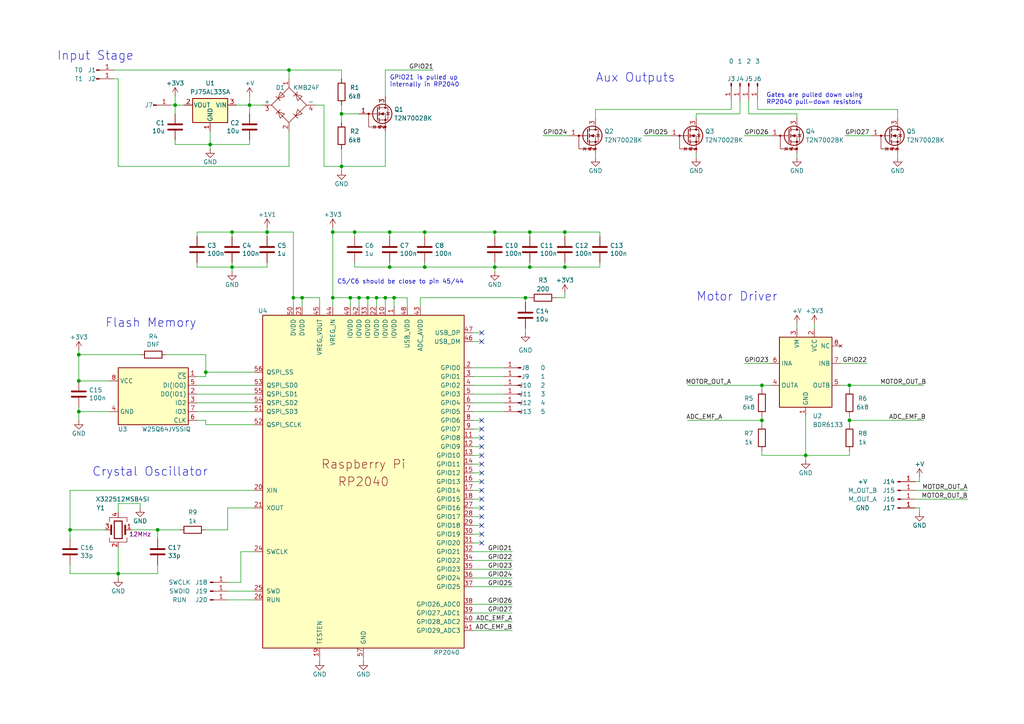
<source format=kicad_sch>
(kicad_sch (version 20230121) (generator eeschema)
  (paper "A4")
  (title_block (title "RP2040-Decoder") (date "2022-01-28") (rev "0.3"))
  (lib_symbols
    (symbol "Conn_01x01_Male_1" (pin_names (offset 1.016) hide)
      (property "Reference" "J1" (at -1.27 0 0))
      (property "Value" "DCC_0" (at -6.35 0 0))
      (symbol "Conn_01x01_Male_1_1_1"
        (polyline (pts (xy 1.27 0) (xy 0.8636 0)) (stroke (width 0.1524)))
        (rectangle (start 0.8636 0.127) (end 0 -0.127) (stroke (width 0.1524)) (fill (type outline)))
        (pin power_out line (at 5.08 0 180) (length 3.81) (name "Pin_1") (number "1"))
      )
    )
    (symbol "Conn_01x01_Male_2" (pin_names (offset 1.016) hide)
      (property "Reference" "J2" (at -1.27 0 0))
      (property "Value" "Conn_01x01_Male_2" (at -6.35 0 0))
      (symbol "Conn_01x01_Male_2_1_1"
        (polyline (pts (xy 1.27 0) (xy 0.8636 0)) (stroke (width 0.1524)))
        (rectangle (start 0.8636 0.127) (end 0 -0.127) (stroke (width 0.1524)) (fill (type outline)))
        (pin power_out line (at 5.08 0 180) (length 3.81) (name "Pin_1") (number "1"))
      )
    )
    (symbol "Connector:Conn_01x01_Male" (pin_names (offset 1.016) hide)
      (property "Reference" "J" (at 0 2.54 0))
      (property "Value" "Conn_01x01_Male" (at 0 -2.54 0))
      (symbol "Conn_01x01_Male_1_1"
        (polyline (pts (xy 1.27 0) (xy 0.8636 0)) (stroke (width 0.1524)))
        (rectangle (start 0.8636 0.127) (end 0 -0.127) (stroke (width 0.1524)) (fill (type outline)))
        (pin passive line (at 5.08 0 180) (length 3.81) (name "Pin_1") (number "1"))
      )
    )
    (symbol "Device:C" (pin_numbers hide) (pin_names (offset 0.254))
      (property "Reference" "C" (at 0.635 2.54 0))
      (property "Value" "C" (at 0.635 -2.54 0))
      (symbol "C_0_1"
        (polyline (pts (xy -2.032 -0.762) (xy 2.032 -0.762)) (stroke (width 0.508)))
        (polyline (pts (xy -2.032 0.762) (xy 2.032 0.762)) (stroke (width 0.508)))
      )
      (symbol "C_1_1"
        (pin passive line (at 0 3.81 270) (length 2.794) (name "~") (number "1"))
        (pin passive line (at 0 -3.81 90) (length 2.794) (name "~") (number "2"))
      )
    )
    (symbol "Device:R" (pin_numbers hide) (pin_names (offset 0))
      (property "Reference" "R" (at 2.032 0 90))
      (property "Value" "R" (at 0 0 90))
      (symbol "R_0_1"
        (rectangle (start -1.016 -2.54) (end 1.016 2.54) (stroke (width 0.254)))
      )
      (symbol "R_1_1"
        (pin passive line (at 0 3.81 270) (length 1.27) (name "~") (number "1"))
        (pin passive line (at 0 -3.81 90) (length 1.27) (name "~") (number "2"))
      )
    )
    (symbol "RP2040-Decoder_Additional_Symbols:+V" (power) (pin_names (offset 0))
      (property "Value" "+V" (at 0 3.556 0))
      (symbol "+V_0_1"
        (polyline (pts (xy -0.762 1.27) (xy 0 2.54)))
        (polyline (pts (xy 0 0) (xy 0 2.54)))
        (polyline (pts (xy 0 2.54) (xy 0.762 1.27)))
      )
      (symbol "+V_1_1"
        (pin power_in line (at 0 0 90) (length 0) hide (name "+V") (number "1"))
      )
    )
    (symbol "RP2040-Decoder_Additional_Symbols:BDR6133"
      (property "Reference" "U" (at 6.35 11.43 0))
      (property "Value" "BDR6133" (at -10.16 11.43 0))
      (symbol "BDR6133_0_1"
        (rectangle (start -7.62 10.16) (end 7.62 -10.16) (stroke (width 0.254)) (fill (type background)))
      )
      (symbol "BDR6133_1_1"
        (pin power_in line (at 0 -12.7 90) (length 2.54) (name "GND") (number "1"))
        (pin power_in line (at 2.54 12.7 270) (length 2.54) (name "VCC") (number "2"))
        (pin power_in line (at -2.54 12.7 270) (length 2.54) (name "VM") (number "3"))
        (pin output line (at -10.16 -3.81 0) (length 2.54) (name "OUTA") (number "4"))
        (pin output line (at 10.16 -3.81 180) (length 2.54) (name "OUTB") (number "5"))
        (pin input line (at -10.16 2.54 0) (length 2.54) (name "INA") (number "6"))
        (pin input line (at 10.16 2.54 180) (length 2.54) (name "INB") (number "7"))
        (pin no_connect line (at 10.16 7.62 180) (length 2.54) (name "NC") (number "8"))
        (pin passive line (at 0 -12.7 90) (length 2.54) hide (name "GND") (number "9"))
      )
    )
    (symbol "RP2040-Decoder_Additional_Symbols:KMB24F" (pin_names (offset 0))
      (property "Reference" "D" (at 2.54 6.985 0))
      (property "Value" "KMB24F" (at 2.54 5.08 0))
      (symbol "KMB24F_0_1"
        (polyline (pts (xy -2.54 3.81) (xy -1.27 2.54)))
        (polyline (pts (xy -1.27 -2.54) (xy -2.54 -3.81)))
        (polyline (pts (xy 2.54 -1.27) (xy 3.81 -2.54)))
        (polyline (pts (xy 2.54 1.27) (xy 3.81 2.54)))
        (polyline (pts (xy -3.81 2.54) (xy -2.54 1.27) (xy -1.905 3.175) (xy -3.81 2.54)))
        (polyline (pts (xy -2.54 -1.27) (xy -3.81 -2.54) (xy -1.905 -3.175) (xy -2.54 -1.27)))
        (polyline (pts (xy 1.27 2.54) (xy 2.54 3.81) (xy 3.175 1.905) (xy 1.27 2.54)))
        (polyline (pts (xy 3.175 -1.905) (xy 1.27 -2.54) (xy 2.54 -3.81) (xy 3.175 -1.905)))
        (polyline (pts (xy -5.08 0) (xy 0 -5.08) (xy 5.08 0) (xy 0 5.08) (xy -5.08 0)))
      )
      (symbol "KMB24F_1_1"
        (pin power_in line (at 0 -7.62 90) (length 2.54) (name "~") (number "1"))
        (pin power_in line (at 0 7.62 270) (length 2.54) (name "~") (number "2"))
        (pin power_out line (at 7.62 0 180) (length 2.54) (name "+") (number "3"))
        (pin power_out line (at -7.62 0 0) (length 2.54) (name "-") (number "4"))
      )
    )
    (symbol "RP2040-Decoder_Additional_Symbols:PJ75AL33SA" (pin_names (offset 0.254))
      (property "Reference" "U" (at -3.81 3.175 0))
      (property "Value" "PJ75AL33SA" (at 0 3.175 0))
      (symbol "PJ75AL33SA_0_1"
        (rectangle (start -5.08 1.905) (end 5.08 -5.08) (stroke (width 0.254)) (fill (type background)))
      )
      (symbol "PJ75AL33SA_1_1"
        (pin power_in line (at 0 -7.62 90) (length 2.54) (name "GND") (number "1"))
        (pin power_out line (at 7.62 0 180) (length 2.54) (name "VOUT") (number "2"))
        (pin power_in line (at -7.62 0 0) (length 2.54) (name "VIN") (number "3"))
      )
    )
    (symbol "RP2040-Decoder_Additional_Symbols:RP2040" (pin_names (offset 1.016))
      (property "Reference" "U" (at -29.21 49.53 0))
      (property "Value" "RP2040" (at 24.13 -49.53 0))
      (symbol "RP2040_0_0"
        (text "Raspberry Pi" (at 0 5.08 0) (effects (font (size 2.54 2.54))))
        (text "RP2040" (at 0 0 0) (effects (font (size 2.54 2.54))))
      )
      (symbol "RP2040_0_1"
        (rectangle (start 29.21 48.26) (end -29.21 -48.26) (stroke (width 0.254)) (fill (type background)))
      )
      (symbol "RP2040_1_1"
        (pin power_in line (at 8.89 50.8 270) (length 2.54) (name "IOVDD") (number "1"))
        (pin power_in line (at 6.35 50.8 270) (length 2.54) (name "IOVDD") (number "10"))
        (pin bidirectional line (at 31.75 12.7 180) (length 2.54) (name "GPIO8") (number "11"))
        (pin bidirectional line (at 31.75 10.16 180) (length 2.54) (name "GPIO9") (number "12"))
        (pin bidirectional line (at 31.75 7.62 180) (length 2.54) (name "GPIO10") (number "13"))
        (pin bidirectional line (at 31.75 5.08 180) (length 2.54) (name "GPIO11") (number "14"))
        (pin bidirectional line (at 31.75 2.54 180) (length 2.54) (name "GPIO12") (number "15"))
        (pin bidirectional line (at 31.75 0 180) (length 2.54) (name "GPIO13") (number "16"))
        (pin bidirectional line (at 31.75 -2.54 180) (length 2.54) (name "GPIO14") (number "17"))
        (pin bidirectional line (at 31.75 -5.08 180) (length 2.54) (name "GPIO15") (number "18"))
        (pin passive line (at -12.7 -50.8 90) (length 2.54) (name "TESTEN") (number "19"))
        (pin bidirectional line (at 31.75 33.02 180) (length 2.54) (name "GPIO0") (number "2"))
        (pin input line (at -31.75 -2.54 0) (length 2.54) (name "XIN") (number "20"))
        (pin passive line (at -31.75 -7.62 0) (length 2.54) (name "XOUT") (number "21"))
        (pin power_in line (at 3.81 50.8 270) (length 2.54) (name "IOVDD") (number "22"))
        (pin power_in line (at -17.78 50.8 270) (length 2.54) (name "DVDD") (number "23"))
        (pin output line (at -31.75 -20.32 0) (length 2.54) (name "SWCLK") (number "24"))
        (pin bidirectional line (at -31.75 -31.75 0) (length 2.54) (name "SWD") (number "25"))
        (pin input line (at -31.75 -34.29 0) (length 2.54) (name "RUN") (number "26"))
        (pin bidirectional line (at 31.75 -7.62 180) (length 2.54) (name "GPIO16") (number "27"))
        (pin bidirectional line (at 31.75 -10.16 180) (length 2.54) (name "GPIO17") (number "28"))
        (pin bidirectional line (at 31.75 -12.7 180) (length 2.54) (name "GPIO18") (number "29"))
        (pin bidirectional line (at 31.75 30.48 180) (length 2.54) (name "GPIO1") (number "3"))
        (pin bidirectional line (at 31.75 -15.24 180) (length 2.54) (name "GPIO19") (number "30"))
        (pin bidirectional line (at 31.75 -17.78 180) (length 2.54) (name "GPIO20") (number "31"))
        (pin bidirectional line (at 31.75 -20.32 180) (length 2.54) (name "GPIO21") (number "32"))
        (pin power_in line (at 1.27 50.8 270) (length 2.54) (name "IOVDD") (number "33"))
        (pin bidirectional line (at 31.75 -22.86 180) (length 2.54) (name "GPIO22") (number "34"))
        (pin bidirectional line (at 31.75 -25.4 180) (length 2.54) (name "GPIO23") (number "35"))
        (pin bidirectional line (at 31.75 -27.94 180) (length 2.54) (name "GPIO24") (number "36"))
        (pin bidirectional line (at 31.75 -30.48 180) (length 2.54) (name "GPIO25") (number "37"))
        (pin bidirectional line (at 31.75 -35.56 180) (length 2.54) (name "GPIO26_ADC0") (number "38"))
        (pin bidirectional line (at 31.75 -38.1 180) (length 2.54) (name "GPIO27_ADC1") (number "39"))
        (pin bidirectional line (at 31.75 27.94 180) (length 2.54) (name "GPIO2") (number "4"))
        (pin bidirectional line (at 31.75 -40.64 180) (length 2.54) (name "GPIO28_ADC2") (number "40"))
        (pin bidirectional line (at 31.75 -43.18 180) (length 2.54) (name "GPIO29_ADC3") (number "41"))
        (pin power_in line (at -1.27 50.8 270) (length 2.54) (name "IOVDD") (number "42"))
        (pin power_in line (at 16.51 50.8 270) (length 2.54) (name "ADC_AVDD") (number "43"))
        (pin power_in line (at -8.89 50.8 270) (length 2.54) (name "VREG_IN") (number "44"))
        (pin power_out line (at -12.7 50.8 270) (length 2.54) (name "VREG_VOUT") (number "45"))
        (pin bidirectional line (at 31.75 40.64 180) (length 2.54) (name "USB_DM") (number "46"))
        (pin bidirectional line (at 31.75 43.18 180) (length 2.54) (name "USB_DP") (number "47"))
        (pin power_in line (at 12.7 50.8 270) (length 2.54) (name "USB_VDD") (number "48"))
        (pin power_in line (at -3.81 50.8 270) (length 2.54) (name "IOVDD") (number "49"))
        (pin bidirectional line (at 31.75 25.4 180) (length 2.54) (name "GPIO3") (number "5"))
        (pin power_in line (at -20.32 50.8 270) (length 2.54) (name "DVDD") (number "50"))
        (pin bidirectional line (at -31.75 20.32 0) (length 2.54) (name "QSPI_SD3") (number "51"))
        (pin output line (at -31.75 16.51 0) (length 2.54) (name "QSPI_SCLK") (number "52"))
        (pin bidirectional line (at -31.75 27.94 0) (length 2.54) (name "QSPI_SD0") (number "53"))
        (pin bidirectional line (at -31.75 22.86 0) (length 2.54) (name "QSPI_SD2") (number "54"))
        (pin bidirectional line (at -31.75 25.4 0) (length 2.54) (name "QSPI_SD1") (number "55"))
        (pin bidirectional line (at -31.75 31.75 0) (length 2.54) (name "QSPI_SS") (number "56"))
        (pin power_in line (at 0 -50.8 90) (length 2.54) (name "GND") (number "57"))
        (pin bidirectional line (at 31.75 22.86 180) (length 2.54) (name "GPIO4") (number "6"))
        (pin bidirectional line (at 31.75 20.32 180) (length 2.54) (name "GPIO5") (number "7"))
        (pin bidirectional line (at 31.75 17.78 180) (length 2.54) (name "GPIO6") (number "8"))
        (pin bidirectional line (at 31.75 15.24 180) (length 2.54) (name "GPIO7") (number "9"))
      )
    )
    (symbol "RP2040-Decoder_Additional_Symbols:T2N7002BK" (pin_names (offset 0) hide)
      (property "Reference" "Q" (at 5.08 1.905 0))
      (property "Value" "T2N7002BK" (at 5.08 0 0))
      (symbol "T2N7002BK_0_1"
        (polyline (pts (xy 2.54 -3.81) (xy -2.286 -3.81) (xy -2.286 0)))
      )
      (symbol "T2N7002BK_1_1"
        (circle (center -2.286 0) (radius 0.254) (fill (type outline)))
        (polyline (pts (xy 0.254 0) (xy -2.54 0)))
        (polyline (pts (xy 0.254 1.905) (xy 0.254 -1.905)) (stroke (width 0.254)))
        (polyline (pts (xy 0.762 -1.27) (xy 0.762 -2.286)) (stroke (width 0.254)))
        (polyline (pts (xy 0.762 0.508) (xy 0.762 -0.508)) (stroke (width 0.254)))
        (polyline (pts (xy 0.762 2.286) (xy 0.762 1.27)) (stroke (width 0.254)))
        (polyline (pts (xy 2.54 2.54) (xy 2.54 1.778)))
        (polyline (pts (xy 2.54 -2.54) (xy 2.54 0) (xy 0.762 0)))
        (polyline (pts (xy -1.016 -4.318) (xy -0.889 -4.191) (xy -0.889 -3.429) (xy -0.762 -3.302)))
        (polyline (pts (xy -0.889 -3.81) (xy -0.254 -4.191) (xy -0.254 -3.429) (xy -0.889 -3.81)))
        (polyline (pts (xy 0.762 -1.778) (xy 3.302 -1.778) (xy 3.302 1.778) (xy 0.762 1.778)))
        (polyline (pts (xy 1.016 0) (xy 2.032 0.381) (xy 2.032 -0.381) (xy 1.016 0)) (fill (type outline)))
        (polyline (pts (xy 1.143 -3.81) (xy 0.508 -3.429) (xy 0.508 -4.191) (xy 1.143 -3.81)))
        (polyline (pts (xy 1.27 -3.302) (xy 1.143 -3.429) (xy 1.143 -4.191) (xy 1.016 -4.318)))
        (polyline (pts (xy 2.794 0.508) (xy 2.921 0.381) (xy 3.683 0.381) (xy 3.81 0.254)))
        (polyline (pts (xy 3.302 0.381) (xy 2.921 -0.254) (xy 3.683 -0.254) (xy 3.302 0.381)))
        (circle (center 1.651 0) (radius 2.794) (stroke (width 0.254)))
        (circle (center 2.54 -3.81) (radius 0.254) (fill (type outline)))
        (circle (center 2.54 -1.778) (radius 0.254) (fill (type outline)))
        (circle (center 2.54 1.778) (radius 0.254) (fill (type outline)))
        (pin input line (at -5.08 0 0) (length 2.54) (name "G") (number "1"))
        (pin passive line (at 2.54 -5.08 90) (length 2.54) (name "S") (number "2"))
        (pin passive line (at 2.54 5.08 270) (length 2.54) (name "D") (number "3"))
      )
    )
    (symbol "RP2040-Decoder_Additional_Symbols:W25Q64JVSSIQ"
      (property "Reference" "U" (at -8.89 -10.16 0))
      (property "Value" "W25Q64JVSSIQ" (at 3.81 -10.16 0))
      (symbol "W25Q64JVSSIQ_0_1"
        (rectangle (start -10.16 7.62) (end 10.16 -8.89) (stroke (width 0.254)) (fill (type background)))
      )
      (symbol "W25Q64JVSSIQ_1_1"
        (pin input line (at 12.7 5.08 180) (length 2.54) (name "~{CS}") (number "1"))
        (pin bidirectional line (at 12.7 0 180) (length 2.54) (name "DO(IO1)") (number "2"))
        (pin bidirectional line (at 12.7 -2.54 180) (length 2.54) (name "IO2") (number "3"))
        (pin power_in line (at -12.7 -5.08 0) (length 2.54) (name "GND") (number "4"))
        (pin bidirectional line (at 12.7 2.54 180) (length 2.54) (name "DI(IO0)") (number "5"))
        (pin input line (at 12.7 -7.62 180) (length 2.54) (name "CLK") (number "6"))
        (pin bidirectional line (at 12.7 -5.08 180) (length 2.54) (name "IO3") (number "7"))
        (pin power_in line (at -12.7 3.81 0) (length 2.54) (name "VCC") (number "8"))
      )
    )
    (symbol "RP2040-Decoder_Additional_Symbols:X322512MSB4SI" (pin_names (offset 1.016) hide)
      (property "Reference" "Y" (at 3.175 5.08 0))
      (property "Value" "X322512MSB4SI" (at 3.175 3.175 0))
      (property "Frequency" "12MHz" (at 6.35 -2.54 0))
      (symbol "X322512MSB4SI_0_1"
        (rectangle (start -1.143 2.54) (end 1.143 -2.54) (stroke (width 0.3048)))
        (polyline (pts (xy -2.54 0) (xy -2.032 0)))
        (polyline (pts (xy -2.032 -1.27) (xy -2.032 1.27)) (stroke (width 0.508)))
        (polyline (pts (xy 0 -3.81) (xy 0 -3.556)))
        (polyline (pts (xy 0 3.556) (xy 0 3.81)))
        (polyline (pts (xy 2.032 -1.27) (xy 2.032 1.27)) (stroke (width 0.508)))
        (polyline (pts (xy 2.032 0) (xy 2.54 0)))
        (polyline (pts (xy -2.54 -2.286) (xy -2.54 -3.556) (xy 2.54 -3.556) (xy 2.54 -2.286)))
        (polyline (pts (xy -2.54 2.286) (xy -2.54 3.556) (xy 2.54 3.556) (xy 2.54 2.286)))
      )
      (symbol "X322512MSB4SI_1_1"
        (pin passive line (at -3.81 0 0) (length 1.27) (name "1") (number "1"))
        (pin passive line (at 0 5.08 270) (length 1.27) (name "2") (number "2"))
        (pin passive line (at 3.81 0 180) (length 1.27) (name "3") (number "3"))
        (pin passive line (at 0 -5.08 90) (length 1.27) (name "4") (number "4"))
      )
    )
    (symbol "R_1" (pin_numbers hide) (pin_names (offset 0))
      (property "Reference" "R3" (at 0 5.08 90))
      (property "Value" "200" (at 0 2.54 90))
      (symbol "R_1_0_1"
        (rectangle (start -1.016 -2.54) (end 1.016 2.54) (stroke (width 0.254)))
      )
      (symbol "R_1_1_1"
        (pin passive line (at 0 3.81 270) (length 1.27) (name "~") (number "1"))
        (pin power_out line (at 0 -3.81 90) (length 1.27) (name "~") (number "2"))
      )
    )
    (symbol "power:+1V1" (power) (pin_names (offset 0))
      (property "Value" "+1V1" (at 0 3.556 0))
      (symbol "+1V1_0_1"
        (polyline (pts (xy -0.762 1.27) (xy 0 2.54)))
        (polyline (pts (xy 0 0) (xy 0 2.54)))
        (polyline (pts (xy 0 2.54) (xy 0.762 1.27)))
      )
      (symbol "+1V1_1_1"
        (pin power_in line (at 0 0 90) (length 0) hide (name "+1V1") (number "1"))
      )
    )
    (symbol "power:+3V3" (power) (pin_names (offset 0))
      (property "Value" "+3V3" (at 0 3.556 0))
      (symbol "+3V3_0_1"
        (polyline (pts (xy -0.762 1.27) (xy 0 2.54)))
        (polyline (pts (xy 0 0) (xy 0 2.54)))
        (polyline (pts (xy 0 2.54) (xy 0.762 1.27)))
      )
      (symbol "+3V3_1_1"
        (pin power_in line (at 0 0 90) (length 0) hide (name "+3V3") (number "1"))
      )
    )
    (symbol "power:GND" (power) (pin_names (offset 0))
      (property "Value" "GND" (at 0 -3.81 0))
      (symbol "GND_0_1"
        (polyline (pts (xy 0 0) (xy 0 -1.27) (xy 1.27 -1.27) (xy 0 -2.54) (xy -1.27 -1.27) (xy 0 -1.27)))
      )
      (symbol "GND_1_1"
        (pin power_in line (at 0 0 270) (length 0) hide (name "GND") (number "1"))
      )
    )
  )
  (junction (at 153.67 77.47))
  (junction (at 163.83 67.31))
  (junction (at 114.3 86.36))
  (junction (at 113.03 77.47))
  (junction (at 99.06 48.26))
  (junction (at 152.4 86.36))
  (junction (at 153.67 67.31))
  (junction (at 20.32 153.67))
  (junction (at 102.87 67.31))
  (junction (at 123.19 67.31))
  (junction (at 83.82 20.32))
  (junction (at 233.68 132.08))
  (junction (at 143.51 77.47))
  (junction (at 67.31 77.47))
  (junction (at 111.76 86.36))
  (junction (at 85.09 86.36))
  (junction (at 67.31 67.31))
  (junction (at 104.14 86.36))
  (junction (at 50.8 30.48))
  (junction (at 34.29 166.37))
  (junction (at 22.86 119.38))
  (junction (at 60.96 41.91))
  (junction (at 87.63 86.36))
  (junction (at 96.52 67.31))
  (junction (at 246.38 111.76))
  (junction (at 99.06 33.02))
  (junction (at 109.22 86.36))
  (junction (at 143.51 67.31))
  (junction (at 45.72 153.67))
  (junction (at 96.52 86.36))
  (junction (at 77.47 67.31))
  (junction (at 163.83 77.47))
  (junction (at 22.86 102.87))
  (junction (at 246.38 121.92))
  (junction (at 123.19 77.47))
  (junction (at 101.6 86.36))
  (junction (at 22.86 110.49))
  (junction (at 106.68 86.36))
  (junction (at 113.03 67.31))
  (junction (at 220.98 121.92))
  (junction (at 59.69 107.95))
  (junction (at 220.98 111.76))
  (junction (at 72.39 30.48))
  (no_connect (at 139.7 154.94))
  (no_connect (at 139.7 142.24))
  (no_connect (at 139.7 121.92))
  (no_connect (at 139.7 137.16))
  (no_connect (at 139.7 144.78))
  (no_connect (at 139.7 139.7))
  (no_connect (at 139.7 147.32))
  (no_connect (at 139.7 152.4))
  (no_connect (at 139.7 129.54))
  (no_connect (at 139.7 99.06))
  (no_connect (at 139.7 134.62))
  (no_connect (at 139.7 124.46))
  (no_connect (at 139.7 127))
  (no_connect (at 139.7 96.52))
  (no_connect (at 139.7 157.48))
  (no_connect (at 139.7 132.08))
  (no_connect (at 139.7 149.86))
  (wire (pts (xy 246.38 113.03) (xy 246.38 111.76)))
  (wire (pts (xy 152.4 86.36) (xy 153.67 86.36)))
  (wire (pts (xy 59.69 107.95) (xy 73.66 107.95)))
  (wire (pts (xy 233.68 132.08) (xy 220.98 132.08)))
  (wire (pts (xy 121.92 86.36) (xy 152.4 86.36)))
  (wire (pts (xy 260.35 44.45) (xy 260.35 45.72)))
  (wire (pts (xy 92.71 190.5) (xy 92.71 191.77)))
  (wire (pts (xy 34.29 48.26) (xy 83.82 48.26)))
  (wire (pts (xy 157.48 39.37) (xy 165.1 39.37)))
  (wire (pts (xy 102.87 68.58) (xy 102.87 67.31)))
  (wire (pts (xy 163.83 67.31) (xy 163.83 68.58)))
  (wire (pts (xy 143.51 78.74) (xy 143.51 77.47)))
  (wire (pts (xy 215.9 39.37) (xy 223.52 39.37)))
  (wire (pts (xy 199.39 121.92) (xy 220.98 121.92)))
  (wire (pts (xy 45.72 153.67) (xy 52.07 153.67)))
  (wire (pts (xy 101.6 86.36) (xy 104.14 86.36)))
  (wire (pts (xy 137.16 175.26) (xy 148.59 175.26)))
  (wire (pts (xy 67.31 67.31) (xy 77.47 67.31)))
  (wire (pts (xy 45.72 163.83) (xy 45.72 166.37)))
  (wire (pts (xy 111.76 86.36) (xy 111.76 88.9)))
  (wire (pts (xy 87.63 86.36) (xy 87.63 88.9)))
  (wire (pts (xy 60.96 41.91) (xy 72.39 41.91)))
  (wire (pts (xy 113.03 67.31) (xy 113.03 68.58)))
  (wire (pts (xy 96.52 86.36) (xy 96.52 88.9)))
  (wire (pts (xy 233.68 132.08) (xy 233.68 133.35)))
  (wire (pts (xy 34.29 146.05) (xy 40.64 146.05)))
  (wire (pts (xy 143.51 67.31) (xy 143.51 68.58)))
  (wire (pts (xy 67.31 77.47) (xy 67.31 76.2)))
  (wire (pts (xy 93.98 30.48) (xy 93.98 48.26)))
  (wire (pts (xy 137.16 157.48) (xy 139.7 157.48)))
  (wire (pts (xy 153.67 67.31) (xy 163.83 67.31)))
  (wire (pts (xy 67.31 67.31) (xy 67.31 68.58)))
  (wire (pts (xy 57.15 77.47) (xy 67.31 77.47)))
  (wire (pts (xy 214.63 29.21) (xy 214.63 33.02)))
  (wire (pts (xy 172.72 44.45) (xy 172.72 45.72)))
  (wire (pts (xy 163.83 86.36) (xy 163.83 85.09)))
  (wire (pts (xy 77.47 77.47) (xy 67.31 77.47)))
  (wire (pts (xy 153.67 77.47) (xy 163.83 77.47)))
  (wire (pts (xy 266.7 147.32) (xy 266.7 148.59)))
  (wire (pts (xy 231.14 33.02) (xy 231.14 34.29)))
  (wire (pts (xy 77.47 67.31) (xy 77.47 68.58)))
  (wire (pts (xy 69.85 168.91) (xy 69.85 160.02)))
  (wire (pts (xy 92.71 86.36) (xy 87.63 86.36)))
  (wire (pts (xy 96.52 67.31) (xy 96.52 86.36)))
  (wire (pts (xy 114.3 86.36) (xy 114.3 88.9)))
  (wire (pts (xy 137.16 177.8) (xy 148.59 177.8)))
  (wire (pts (xy 220.98 111.76) (xy 223.52 111.76)))
  (wire (pts (xy 113.03 76.2) (xy 113.03 77.47)))
  (wire (pts (xy 215.9 105.41) (xy 223.52 105.41)))
  (wire (pts (xy 105.41 190.5) (xy 105.41 191.77)))
  (wire (pts (xy 137.16 109.22) (xy 146.05 109.22)))
  (wire (pts (xy 57.15 68.58) (xy 57.15 67.31)))
  (wire (pts (xy 137.16 170.18) (xy 148.59 170.18)))
  (wire (pts (xy 33.02 20.32) (xy 83.82 20.32)))
  (wire (pts (xy 243.84 105.41) (xy 251.46 105.41)))
  (wire (pts (xy 34.29 166.37) (xy 45.72 166.37)))
  (wire (pts (xy 99.06 33.02) (xy 104.14 33.02)))
  (wire (pts (xy 137.16 149.86) (xy 139.7 149.86)))
  (wire (pts (xy 137.16 119.38) (xy 146.05 119.38)))
  (wire (pts (xy 137.16 111.76) (xy 146.05 111.76)))
  (wire (pts (xy 137.16 124.46) (xy 139.7 124.46)))
  (wire (pts (xy 66.04 171.45) (xy 73.66 171.45)))
  (wire (pts (xy 163.83 67.31) (xy 173.99 67.31)))
  (wire (pts (xy 45.72 153.67) (xy 45.72 156.21)))
  (wire (pts (xy 123.19 77.47) (xy 143.51 77.47)))
  (wire (pts (xy 66.04 168.91) (xy 69.85 168.91)))
  (wire (pts (xy 20.32 163.83) (xy 20.32 166.37)))
  (wire (pts (xy 20.32 153.67) (xy 30.48 153.67)))
  (wire (pts (xy 137.16 137.16) (xy 139.7 137.16)))
  (wire (pts (xy 72.39 30.48) (xy 68.58 30.48)))
  (wire (pts (xy 220.98 130.81) (xy 220.98 132.08)))
  (wire (pts (xy 20.32 166.37) (xy 34.29 166.37)))
  (wire (pts (xy 99.06 43.18) (xy 99.06 48.26)))
  (wire (pts (xy 152.4 95.25) (xy 152.4 96.52)))
  (wire (pts (xy 109.22 86.36) (xy 109.22 88.9)))
  (wire (pts (xy 59.69 153.67) (xy 66.04 153.67)))
  (wire (pts (xy 123.19 67.31) (xy 123.19 68.58)))
  (wire (pts (xy 201.93 33.02) (xy 214.63 33.02)))
  (wire (pts (xy 220.98 121.92) (xy 220.98 120.65)))
  (wire (pts (xy 57.15 116.84) (xy 73.66 116.84)))
  (wire (pts (xy 76.2 30.48) (xy 72.39 30.48)))
  (wire (pts (xy 57.15 121.92) (xy 59.69 121.92)))
  (wire (pts (xy 31.75 110.49) (xy 22.86 110.49)))
  (wire (pts (xy 121.92 88.9) (xy 121.92 86.36)))
  (wire (pts (xy 137.16 167.64) (xy 148.59 167.64)))
  (wire (pts (xy 72.39 30.48) (xy 72.39 27.94)))
  (wire (pts (xy 265.43 147.32) (xy 266.7 147.32)))
  (wire (pts (xy 212.09 29.21) (xy 212.09 31.75)))
  (wire (pts (xy 137.16 165.1) (xy 148.59 165.1)))
  (wire (pts (xy 104.14 86.36) (xy 104.14 88.9)))
  (wire (pts (xy 83.82 20.32) (xy 99.06 20.32)))
  (wire (pts (xy 137.16 96.52) (xy 139.7 96.52)))
  (wire (pts (xy 111.76 38.1) (xy 111.76 48.26)))
  (wire (pts (xy 60.96 41.91) (xy 50.8 41.91)))
  (wire (pts (xy 102.87 67.31) (xy 113.03 67.31)))
  (wire (pts (xy 143.51 77.47) (xy 153.67 77.47)))
  (wire (pts (xy 173.99 77.47) (xy 163.83 77.47)))
  (wire (pts (xy 50.8 40.64) (xy 50.8 41.91)))
  (wire (pts (xy 212.09 31.75) (xy 172.72 31.75)))
  (wire (pts (xy 186.69 39.37) (xy 194.31 39.37)))
  (wire (pts (xy 246.38 111.76) (xy 267.97 111.76)))
  (wire (pts (xy 22.86 121.92) (xy 22.86 119.38)))
  (wire (pts (xy 38.1 153.67) (xy 45.72 153.67)))
  (wire (pts (xy 59.69 102.87) (xy 59.69 107.95)))
  (wire (pts (xy 20.32 153.67) (xy 20.32 156.21)))
  (wire (pts (xy 137.16 182.88) (xy 148.59 182.88)))
  (wire (pts (xy 220.98 123.19) (xy 220.98 121.92)))
  (wire (pts (xy 59.69 109.22) (xy 59.69 107.95)))
  (wire (pts (xy 113.03 77.47) (xy 123.19 77.47)))
  (wire (pts (xy 246.38 121.92) (xy 246.38 120.65)))
  (wire (pts (xy 137.16 152.4) (xy 139.7 152.4)))
  (wire (pts (xy 201.93 44.45) (xy 201.93 45.72)))
  (wire (pts (xy 266.7 138.43) (xy 266.7 139.7)))
  (wire (pts (xy 106.68 86.36) (xy 109.22 86.36)))
  (wire (pts (xy 137.16 132.08) (xy 139.7 132.08)))
  (wire (pts (xy 34.29 158.75) (xy 34.29 166.37)))
  (wire (pts (xy 102.87 77.47) (xy 102.87 76.2)))
  (wire (pts (xy 106.68 86.36) (xy 106.68 88.9)))
  (wire (pts (xy 20.32 142.24) (xy 20.32 153.67)))
  (wire (pts (xy 118.11 86.36) (xy 118.11 88.9)))
  (wire (pts (xy 22.86 119.38) (xy 22.86 118.11)))
  (wire (pts (xy 137.16 116.84) (xy 146.05 116.84)))
  (wire (pts (xy 99.06 49.53) (xy 99.06 48.26)))
  (wire (pts (xy 22.86 102.87) (xy 40.64 102.87)))
  (wire (pts (xy 137.16 162.56) (xy 148.59 162.56)))
  (wire (pts (xy 219.71 29.21) (xy 219.71 31.75)))
  (wire (pts (xy 57.15 114.3) (xy 73.66 114.3)))
  (wire (pts (xy 173.99 67.31) (xy 173.99 68.58)))
  (wire (pts (xy 66.04 147.32) (xy 73.66 147.32)))
  (wire (pts (xy 123.19 76.2) (xy 123.19 77.47)))
  (wire (pts (xy 99.06 20.32) (xy 99.06 22.86)))
  (wire (pts (xy 87.63 86.36) (xy 85.09 86.36)))
  (wire (pts (xy 146.05 106.68) (xy 137.16 106.68)))
  (wire (pts (xy 60.96 41.91) (xy 60.96 43.18)))
  (wire (pts (xy 33.02 22.86) (xy 34.29 22.86)))
  (wire (pts (xy 73.66 142.24) (xy 20.32 142.24)))
  (wire (pts (xy 236.22 93.98) (xy 236.22 95.25)))
  (wire (pts (xy 199.39 111.76) (xy 220.98 111.76)))
  (wire (pts (xy 246.38 121.92) (xy 246.38 123.19)))
  (wire (pts (xy 57.15 76.2) (xy 57.15 77.47)))
  (wire (pts (xy 246.38 111.76) (xy 243.84 111.76)))
  (wire (pts (xy 260.35 31.75) (xy 260.35 34.29)))
  (wire (pts (xy 111.76 86.36) (xy 114.3 86.36)))
  (wire (pts (xy 57.15 111.76) (xy 73.66 111.76)))
  (wire (pts (xy 83.82 38.1) (xy 83.82 48.26)))
  (wire (pts (xy 49.53 30.48) (xy 50.8 30.48)))
  (wire (pts (xy 280.67 144.78) (xy 265.43 144.78)))
  (wire (pts (xy 172.72 31.75) (xy 172.72 34.29)))
  (wire (pts (xy 92.71 86.36) (xy 92.71 88.9)))
  (wire (pts (xy 137.16 154.94) (xy 139.7 154.94)))
  (wire (pts (xy 266.7 139.7) (xy 265.43 139.7)))
  (wire (pts (xy 246.38 121.92) (xy 267.97 121.92)))
  (wire (pts (xy 173.99 76.2) (xy 173.99 77.47)))
  (wire (pts (xy 77.47 67.31) (xy 77.47 66.04)))
  (wire (pts (xy 102.87 77.47) (xy 113.03 77.47)))
  (wire (pts (xy 57.15 67.31) (xy 67.31 67.31)))
  (wire (pts (xy 123.19 67.31) (xy 143.51 67.31)))
  (wire (pts (xy 99.06 33.02) (xy 99.06 35.56)))
  (wire (pts (xy 245.11 39.37) (xy 252.73 39.37)))
  (wire (pts (xy 137.16 147.32) (xy 139.7 147.32)))
  (wire (pts (xy 219.71 31.75) (xy 260.35 31.75)))
  (wire (pts (xy 201.93 34.29) (xy 201.93 33.02)))
  (wire (pts (xy 231.14 44.45) (xy 231.14 45.72)))
  (wire (pts (xy 91.44 30.48) (xy 93.98 30.48)))
  (wire (pts (xy 109.22 86.36) (xy 111.76 86.36)))
  (wire (pts (xy 137.16 127) (xy 139.7 127)))
  (wire (pts (xy 77.47 67.31) (xy 85.09 67.31)))
  (wire (pts (xy 34.29 146.05) (xy 34.29 148.59)))
  (wire (pts (xy 57.15 109.22) (xy 59.69 109.22)))
  (wire (pts (xy 50.8 30.48) (xy 50.8 33.02)))
  (wire (pts (xy 153.67 77.47) (xy 153.67 76.2)))
  (wire (pts (xy 137.16 180.34) (xy 148.59 180.34)))
  (wire (pts (xy 67.31 78.74) (xy 67.31 77.47)))
  (wire (pts (xy 59.69 123.19) (xy 73.66 123.19)))
  (wire (pts (xy 137.16 139.7) (xy 139.7 139.7)))
  (wire (pts (xy 77.47 76.2) (xy 77.47 77.47)))
  (wire (pts (xy 217.17 33.02) (xy 231.14 33.02)))
  (wire (pts (xy 137.16 160.02) (xy 148.59 160.02)))
  (wire (pts (xy 57.15 119.38) (xy 73.66 119.38)))
  (wire (pts (xy 161.29 86.36) (xy 163.83 86.36)))
  (wire (pts (xy 137.16 121.92) (xy 139.7 121.92)))
  (wire (pts (xy 72.39 30.48) (xy 72.39 33.02)))
  (wire (pts (xy 220.98 113.03) (xy 220.98 111.76)))
  (wire (pts (xy 231.14 93.98) (xy 231.14 95.25)))
  (wire (pts (xy 280.67 142.24) (xy 265.43 142.24)))
  (wire (pts (xy 59.69 121.92) (xy 59.69 123.19)))
  (wire (pts (xy 104.14 86.36) (xy 106.68 86.36)))
  (wire (pts (xy 137.16 114.3) (xy 146.05 114.3)))
  (wire (pts (xy 102.87 67.31) (xy 96.52 67.31)))
  (wire (pts (xy 137.16 129.54) (xy 139.7 129.54)))
  (wire (pts (xy 22.86 101.6) (xy 22.86 102.87)))
  (wire (pts (xy 137.16 99.06) (xy 139.7 99.06)))
  (wire (pts (xy 50.8 30.48) (xy 50.8 27.94)))
  (wire (pts (xy 137.16 142.24) (xy 139.7 142.24)))
  (wire (pts (xy 114.3 86.36) (xy 118.11 86.36)))
  (wire (pts (xy 101.6 86.36) (xy 96.52 86.36)))
  (wire (pts (xy 85.09 86.36) (xy 85.09 88.9)))
  (wire (pts (xy 69.85 160.02) (xy 73.66 160.02)))
  (wire (pts (xy 83.82 22.86) (xy 83.82 20.32)))
  (wire (pts (xy 72.39 40.64) (xy 72.39 41.91)))
  (wire (pts (xy 93.98 48.26) (xy 99.06 48.26)))
  (wire (pts (xy 34.29 166.37) (xy 34.29 167.64)))
  (wire (pts (xy 217.17 29.21) (xy 217.17 33.02)))
  (wire (pts (xy 66.04 153.67) (xy 66.04 147.32)))
  (wire (pts (xy 143.51 67.31) (xy 153.67 67.31)))
  (wire (pts (xy 40.64 146.05) (xy 40.64 147.32)))
  (wire (pts (xy 60.96 38.1) (xy 60.96 41.91)))
  (wire (pts (xy 53.34 30.48) (xy 50.8 30.48)))
  (wire (pts (xy 152.4 86.36) (xy 152.4 87.63)))
  (wire (pts (xy 137.16 134.62) (xy 139.7 134.62)))
  (wire (pts (xy 111.76 20.32) (xy 111.76 27.94)))
  (wire (pts (xy 66.04 173.99) (xy 73.66 173.99)))
  (wire (pts (xy 48.26 102.87) (xy 59.69 102.87)))
  (wire (pts (xy 233.68 120.65) (xy 233.68 132.08)))
  (wire (pts (xy 137.16 144.78) (xy 139.7 144.78)))
  (wire (pts (xy 96.52 66.04) (xy 96.52 67.31)))
  (wire (pts (xy 113.03 67.31) (xy 123.19 67.31)))
  (wire (pts (xy 111.76 20.32) (xy 125.73 20.32)))
  (wire (pts (xy 85.09 67.31) (xy 85.09 86.36)))
  (wire (pts (xy 99.06 48.26) (xy 111.76 48.26)))
  (wire (pts (xy 163.83 77.47) (xy 163.83 76.2)))
  (wire (pts (xy 153.67 67.31) (xy 153.67 68.58)))
  (wire (pts (xy 246.38 130.81) (xy 246.38 132.08)))
  (wire (pts (xy 101.6 88.9) (xy 101.6 86.36)))
  (wire (pts (xy 34.29 22.86) (xy 34.29 48.26)))
  (wire (pts (xy 99.06 30.48) (xy 99.06 33.02)))
  (wire (pts (xy 143.51 76.2) (xy 143.51 77.47)))
  (wire (pts (xy 22.86 119.38) (xy 31.75 119.38)))
  (wire (pts (xy 233.68 132.08) (xy 246.38 132.08)))
  (wire (pts (xy 22.86 102.87) (xy 22.86 110.49)))
  (text "Gates are pulled down using\nRP2040 pull-down resistors" (at 222.25 30.48 0) (effects (font (size 1.27 1.27)) (justify left bottom)))
  (text "Motor Driver" (at 201.93 87.63 0) (effects (font (size 2.54 2.54)) (justify left bottom)))
  (text "GPIO21 is pulled up\ninternally in RP2040" (at 113.03 25.4 0) (effects (font (size 1.27 1.27)) (justify left bottom)))
  (text "Aux Outputs" (at 172.72 24.13 0) (effects (font (size 2.54 2.54)) (justify left bottom)))
  (text "Crystal Oscillator" (at 26.67 138.43 0) (effects (font (size 2.54 2.54)) (justify left bottom)))
  (text "C5/C6 should be close to pin 45/44" (at 97.79 82.55 0) (effects (font (size 1.27 1.27)) (justify left bottom)))
  (text "Flash Memory" (at 30.48 95.25 0) (effects (font (size 2.54 2.54)) (justify left bottom)))
  (text "Input Stage" (at 16.51 17.78 0) (effects (font (size 2.54 2.54)) (justify left bottom)))
  (label "GPIO24" (at 148.59 167.64 180))
  (label "MOTOR_OUT_B" (at 255.27 111.76 0))
  (label "ADC_EMF_A" (at 148.59 180.34 180))
  (label "GPIO27" (at 245.11 39.37 0))
  (label "GPIO22" (at 148.59 162.56 180))
  (label "ADC_EMF_A" (at 209.55 121.92 180))
  (label "GPIO21" (at 125.73 20.32 180))
  (label "ADC_EMF_B" (at 148.59 182.88 180))
  (label "GPIO23" (at 215.9 105.41 0))
  (label "GPIO24" (at 157.48 39.37 0))
  (label "GPIO26" (at 215.9 39.37 0))
  (label "MOTOR_OUT_A" (at 280.67 142.24 180))
  (label "GPIO25" (at 148.59 170.18 180))
  (label "GPIO22" (at 251.46 105.41 180))
  (label "GPIO23" (at 148.59 165.1 180))
  (label "GPIO21" (at 148.59 160.02 180))
  (label "MOTOR_OUT_A" (at 212.09 111.76 180))
  (label "ADC_EMF_B" (at 257.81 121.92 0))
  (label "GPIO26" (at 148.59 175.26 180))
  (label "GPIO27" (at 148.59 177.8 180))
  (label "MOTOR_OUT_B" (at 280.67 144.78 180))
  (label "GPIO25" (at 186.69 39.37 0))
  (symbol (lib_id "Device:C") (at 102.87 72.39 0) (unit 1)
    (property "Reference" "C6" (at 105.791 71.2216 0) (effects (justify left)))
    (property "Value" "1u" (at 105.791 73.533 0) (effects (justify left)))
    (property "Footprint" "Capacitor_SMD:C_0402_1005Metric" (effects hide))
  )
  (symbol (lib_id "Device:C") (at 77.47 72.39 0) (unit 1)
    (property "Reference" "C5" (at 80.391 71.2216 0) (effects (justify left)))
    (property "Value" "1u" (at 80.391 73.533 0) (effects (justify left)))
    (property "Footprint" "Capacitor_SMD:C_0402_1005Metric" (effects hide))
  )
  (symbol (lib_id "Device:C") (at 113.03 72.39 0) (unit 1)
    (property "Reference" "C7" (at 115.951 71.2216 0) (effects (justify left)))
    (property "Value" "100n" (at 115.951 73.533 0) (effects (justify left)))
    (property "Footprint" "Capacitor_SMD:C_0402_1005Metric" (effects hide))
  )
  (symbol (lib_id "Device:C") (at 123.19 72.39 0) (unit 1)
    (property "Reference" "C8" (at 126.111 71.2216 0) (effects (justify left)))
    (property "Value" "100n" (at 126.111 73.533 0) (effects (justify left)))
    (property "Footprint" "Capacitor_SMD:C_0402_1005Metric" (effects hide))
  )
  (symbol (lib_id "Device:C") (at 143.51 72.39 0) (unit 1)
    (property "Reference" "C10" (at 146.431 71.2216 0) (effects (justify left)))
    (property "Value" "100n" (at 146.431 73.533 0) (effects (justify left)))
    (property "Footprint" "Capacitor_SMD:C_0402_1005Metric" (effects hide))
  )
  (symbol (lib_id "power:+1V1") (at 77.47 66.04 0) (unit 1)
    (property "Reference" "#PWR09" (effects hide))
    (property "Value" "+1V1" (at 77.47 62.23 0))
  )
  (symbol (lib_id "Device:C") (at 67.31 72.39 0) (unit 1)
    (property "Reference" "C4" (at 70.231 71.2216 0) (effects (justify left)))
    (property "Value" "100n" (at 70.231 73.533 0) (effects (justify left)))
    (property "Footprint" "Capacitor_SMD:C_0402_1005Metric" (effects hide))
  )
  (symbol (lib_id "Device:C") (at 57.15 72.39 0) (unit 1)
    (property "Reference" "C3" (at 60.071 71.2216 0) (effects (justify left)))
    (property "Value" "100n" (at 60.071 73.533 0) (effects (justify left)))
    (property "Footprint" "Capacitor_SMD:C_0402_1005Metric" (effects hide))
  )
  (symbol (lib_id "Device:C") (at 153.67 72.39 0) (unit 1)
    (property "Reference" "C11" (at 156.591 71.2216 0) (effects (justify left)))
    (property "Value" "100n" (at 156.591 73.533 0) (effects (justify left)))
    (property "Footprint" "Capacitor_SMD:C_0402_1005Metric" (effects hide))
  )
  (symbol (lib_id "Device:C") (at 163.83 72.39 0) (unit 1)
    (property "Reference" "C12" (at 166.751 71.2216 0) (effects (justify left)))
    (property "Value" "100n" (at 166.751 73.533 0) (effects (justify left)))
    (property "Footprint" "Capacitor_SMD:C_0402_1005Metric" (effects hide))
  )
  (symbol (lib_id "Device:C") (at 173.99 72.39 0) (unit 1)
    (property "Reference" "C13" (at 176.911 71.2216 0) (effects (justify left)))
    (property "Value" "100n" (at 176.911 73.533 0) (effects (justify left)))
    (property "Footprint" "Capacitor_SMD:C_0402_1005Metric" (effects hide))
  )
  (symbol (lib_id "Device:C") (at 152.4 91.44 0) (unit 1)
    (property "Reference" "C14" (at 155.321 90.2716 0) (effects (justify left)))
    (property "Value" "10u" (at 155.321 92.583 0) (effects (justify left)))
    (property "Footprint" "Capacitor_SMD:C_0603_1608Metric" (effects hide))
  )
  (symbol (lib_id "Device:C") (at 22.86 114.3 0) (unit 1)
    (property "Reference" "C15" (at 25.781 113.1316 0) (effects (justify left)))
    (property "Value" "100n" (at 25.781 115.443 0) (effects (justify left)))
    (property "Footprint" "Capacitor_SMD:C_0402_1005Metric" (effects hide))
  )
  (symbol (lib_id "Device:R") (at 44.45 102.87 270) (unit 1)
    (property "Reference" "R4" (at 44.45 97.6122 90))
    (property "Value" "DNF" (at 44.45 99.9236 90))
    (property "Footprint" "RP2040-Decoder_Additional_Footprints:R_0603_1608Metric" (effects hide))
  )
  (symbol (lib_id "Device:C") (at 20.32 160.02 0) (unit 1)
    (property "Reference" "C16" (at 23.241 158.8516 0) (effects (justify left)))
    (property "Value" "33p" (at 23.241 161.163 0) (effects (justify left)))
    (property "Footprint" "Capacitor_SMD:C_0603_1608Metric" (effects hide))
  )
  (symbol (lib_id "Device:C") (at 45.72 160.02 0) (unit 1)
    (property "Reference" "C17" (at 48.641 158.8516 0) (effects (justify left)))
    (property "Value" "33p" (at 48.641 161.163 0) (effects (justify left)))
    (property "Footprint" "Capacitor_SMD:C_0603_1608Metric" (effects hide))
  )
  (symbol (lib_id "power:GND") (at 34.29 167.64 0) (unit 1)
    (property "Reference" "#PWR022" (effects hide))
    (property "Value" "GND" (at 34.29 171.45 0))
  )
  (symbol (lib_id "Device:R") (at 55.88 153.67 270) (unit 1)
    (property "Reference" "R9" (at 55.88 148.59 90))
    (property "Value" "1k" (at 55.88 151.13 90))
    (property "Footprint" "RP2040-Decoder_Additional_Footprints:R_0603_1608Metric" (effects hide))
  )
  (symbol (lib_id "Device:C") (at 72.39 36.83 0) (mirror y) (unit 1)
    (property "Reference" "C2" (at 69.469 35.6616 0) (effects (justify left)))
    (property "Value" "10u" (at 69.469 37.973 0) (effects (justify left)))
    (property "Footprint" "Capacitor_SMD:C_0603_1608Metric" (effects hide))
  )
  (symbol (lib_id "Device:C") (at 50.8 36.83 0) (mirror y) (unit 1)
    (property "Reference" "C1" (at 47.879 35.6616 0) (effects (justify left)))
    (property "Value" "10u" (at 47.879 37.973 0) (effects (justify left)))
    (property "Footprint" "Capacitor_SMD:C_0603_1608Metric" (effects hide))
  )
  (symbol (lib_id "power:+3V3") (at 50.8 27.94 0) (mirror y) (unit 1)
    (property "Reference" "#PWR01" (effects hide))
    (property "Value" "+3V3" (at 50.8 24.13 0))
  )
  (symbol (lib_id "Device:R") (at 246.38 116.84 180) (unit 1)
    (property "Reference" "R6" (at 250.19 115.57 0))
    (property "Value" "6k8" (at 250.19 118.11 0))
    (property "Footprint" "RP2040-Decoder_Additional_Footprints:R_0603_1608Metric" (effects hide))
  )
  (symbol (lib_id "Device:R") (at 246.38 127 180) (unit 1)
    (property "Reference" "R8" (at 250.19 125.73 0))
    (property "Value" "1k" (at 250.19 128.27 0))
    (property "Footprint" "RP2040-Decoder_Additional_Footprints:R_0603_1608Metric" (effects hide))
  )
  (symbol (lib_id "Device:R") (at 220.98 127 180) (unit 1)
    (property "Reference" "R7" (at 217.17 125.73 0))
    (property "Value" "1k" (at 217.17 128.27 0))
    (property "Footprint" "RP2040-Decoder_Additional_Footprints:R_0603_1608Metric" (effects hide))
  )
  (symbol (lib_id "Device:R") (at 220.98 116.84 180) (unit 1)
    (property "Reference" "R5" (at 217.17 115.57 0))
    (property "Value" "6k8" (at 217.17 118.11 0))
    (property "Footprint" "RP2040-Decoder_Additional_Footprints:R_0603_1608Metric" (effects hide))
  )
  (symbol (lib_id "Device:R") (at 99.06 39.37 180) (unit 1)
    (property "Reference" "R2" (at 102.87 38.1 0))
    (property "Value" "6k8" (at 102.87 40.64 0))
    (property "Footprint" "RP2040-Decoder_Additional_Footprints:R_0603_1608Metric" (effects hide))
  )
  (symbol (lib_id "power:GND") (at 266.7 148.59 0) (mirror y) (unit 1)
    (property "Reference" "#PWR021" (effects hide))
    (property "Value" "GND" (at 266.7 152.4 0))
  )
  (symbol (lib_id "Connector:Conn_01x01_Male") (at 217.17 24.13 270) (unit 1)
    (property "Reference" "J5" (at 217.17 22.86 90))
    (property "Value" "2" (at 217.17 17.78 90))
    (property "Footprint" "TestPoint:TestPoint_Pad_D2.0mm" (effects hide))
  )
  (symbol (lib_id "RP2040-Decoder_Additional_Symbols:W25Q64JVSSIQ") (at 44.45 114.3 0) (unit 1)
    (property "Reference" "U3" (at 35.56 124.46 0))
    (property "Value" "W25Q64JVSSIQ" (at 48.26 124.46 0))
    (property "Footprint" "RP2040-Decoder_Additional_Footprints:SOIC-8_5.23x5.23mm_P1.27mm" (effects hide))
    (property "Datasheet" "https://www.winbond.com/resource-files/w25q64jv%20revj%2003272018%20plus.pdf" (effects hide))
  )
  (symbol (lib_id "power:GND") (at 40.64 147.32 0) (unit 1)
    (property "Reference" "#PWR0101" (effects hide))
    (property "Value" "GND" (at 40.64 151.13 0))
  )
  (symbol (lib_id "Connector:Conn_01x01_Male") (at 151.13 111.76 180) (unit 1)
    (property "Reference" "J10" (at 152.4 111.76 0))
    (property "Value" "2" (at 157.48 111.76 0))
    (property "Footprint" "TestPoint:TestPoint_Pad_D2.0mm" (effects hide))
  )
  (symbol (lib_id "Connector:Conn_01x01_Male") (at 151.13 119.38 180) (unit 1)
    (property "Reference" "J13" (at 152.4 119.38 0))
    (property "Value" "5" (at 157.48 119.38 0))
    (property "Footprint" "TestPoint:TestPoint_Pad_D2.0mm" (effects hide))
  )
  (symbol (lib_id "Connector:Conn_01x01_Male") (at 151.13 106.68 180) (unit 1)
    (property "Reference" "J8" (at 152.4 106.68 0))
    (property "Value" "0" (at 157.48 106.68 0))
    (property "Footprint" "TestPoint:TestPoint_Pad_D2.0mm" (effects hide))
  )
  (symbol (lib_id "RP2040-Decoder_Additional_Symbols:T2N7002BK") (at 109.22 33.02 0) (unit 1)
    (property "Reference" "Q1" (at 114.3 31.75 0) (effects (justify left)))
    (property "Value" "T2N7002BK" (at 114.3 34.29 0) (effects (justify left)))
    (property "Footprint" "Package_TO_SOT_SMD:SOT-23" (effects hide))
    (property "Datasheet" "https://datasheet.lcsc.com/lcsc/1810271831_TOSHIBA-T2N7002BK-LM_C146372.pdf" (effects hide))
  )
  (symbol (lib_id "power:GND") (at 233.68 133.35 0) (unit 1)
    (property "Reference" "#PWR019" (effects hide))
    (property "Value" "GND" (at 233.68 137.16 0))
  )
  (symbol (lib_id "Device:R") (at 99.06 26.67 180) (unit 1)
    (property "Reference" "R1" (at 102.87 25.4 0))
    (property "Value" "6k8" (at 102.87 27.94 0))
    (property "Footprint" "RP2040-Decoder_Additional_Footprints:R_0603_1608Metric" (effects hide))
  )
  (symbol (lib_name "Conn_01x01_Male_2") (lib_id "Connector:Conn_01x01_Male") (at 27.94 22.86 0) (unit 1)
    (property "Reference" "J2" (at 26.67 22.86 0))
    (property "Value" "T1" (at 22.86 22.86 0))
    (property "Footprint" "TestPoint:TestPoint_Pad_D2.0mm" (effects hide))
  )
  (symbol (lib_id "Connector:Conn_01x01_Male") (at 151.13 114.3 180) (unit 1)
    (property "Reference" "J11" (at 152.4 114.3 0))
    (property "Value" "3" (at 157.48 114.3 0))
    (property "Footprint" "TestPoint:TestPoint_Pad_D2.0mm" (effects hide))
  )
  (symbol (lib_id "power:GND") (at 22.86 121.92 0) (unit 1)
    (property "Reference" "#PWR018" (effects hide))
    (property "Value" "GND" (at 22.86 125.73 0))
  )
  (symbol (lib_id "power:GND") (at 260.35 45.72 0) (unit 1)
    (property "Reference" "#PWR07" (effects hide))
    (property "Value" "GND" (at 260.35 49.53 0))
  )
  (symbol (lib_id "RP2040-Decoder_Additional_Symbols:T2N7002BK") (at 228.6 39.37 0) (unit 1)
    (property "Reference" "Q4" (at 233.68 38.1 0) (effects (justify left)))
    (property "Value" "T2N7002BK" (at 233.68 40.64 0) (effects (justify left)))
    (property "Footprint" "Package_TO_SOT_SMD:SOT-23" (effects hide))
    (property "Datasheet" "https://datasheet.lcsc.com/lcsc/1810271831_TOSHIBA-T2N7002BK-LM_C146372.pdf" (effects hide))
  )
  (symbol (lib_id "Connector:Conn_01x01_Male") (at 260.35 147.32 0) (unit 1)
    (property "Reference" "J17" (at 257.81 147.32 0))
    (property "Value" "GND" (at 250.19 147.32 0))
    (property "Footprint" "TestPoint:TestPoint_Pad_D2.0mm" (effects hide))
  )
  (symbol (lib_id "RP2040-Decoder_Additional_Symbols:RP2040") (at 105.41 139.7 0) (unit 1)
    (property "Reference" "U4" (at 76.2 90.17 0))
    (property "Value" "RP2040" (at 129.54 189.23 0))
    (property "Footprint" "RP2040-Decoder_Additional_Footprints:QFN-56-1EP_7x7mm_P0.4mm_EP3.2x3.2mm" (effects hide))
    (property "Datasheet" "https://datasheets.raspberrypi.com/rp2040/rp2040-datasheet.pdf" (effects hide))
  )
  (symbol (lib_id "power:GND") (at 143.51 78.74 0) (unit 1)
    (property "Reference" "#PWR012" (effects hide))
    (property "Value" "GND" (at 143.51 82.55 0))
  )
  (symbol (lib_id "Connector:Conn_01x01_Male") (at 212.09 24.13 270) (unit 1)
    (property "Reference" "J3" (at 212.09 22.86 90))
    (property "Value" "0" (at 212.09 17.78 90))
    (property "Footprint" "TestPoint:TestPoint_Pad_D2.0mm" (effects hide))
  )
  (symbol (lib_id "power:GND") (at 152.4 96.52 0) (unit 1)
    (property "Reference" "#PWR016" (effects hide))
    (property "Value" "GND" (at 152.4 101.6 0))
  )
  (symbol (lib_id "power:GND") (at 201.93 45.72 0) (unit 1)
    (property "Reference" "#PWR05" (effects hide))
    (property "Value" "GND" (at 201.93 49.53 0))
  )
  (symbol (lib_id "RP2040-Decoder_Additional_Symbols:T2N7002BK") (at 170.18 39.37 0) (unit 1)
    (property "Reference" "Q2" (at 175.26 38.1 0) (effects (justify left)))
    (property "Value" "T2N7002BK" (at 175.26 40.64 0) (effects (justify left)))
    (property "Footprint" "Package_TO_SOT_SMD:SOT-23" (effects hide))
    (property "Datasheet" "https://datasheet.lcsc.com/lcsc/1810271831_TOSHIBA-T2N7002BK-LM_C146372.pdf" (effects hide))
  )
  (symbol (lib_id "power:GND") (at 60.96 43.18 0) (unit 1)
    (property "Reference" "#PWR03" (effects hide))
    (property "Value" "GND" (at 60.96 46.99 0))
  )
  (symbol (lib_id "Connector:Conn_01x01_Male") (at 260.35 142.24 0) (unit 1)
    (property "Reference" "J15" (at 257.81 142.24 0))
    (property "Value" "M_OUT_B" (at 250.19 142.24 0))
    (property "Footprint" "TestPoint:TestPoint_Pad_D2.0mm" (effects hide))
  )
  (symbol (lib_id "Connector:Conn_01x01_Male") (at 60.96 173.99 0) (unit 1)
    (property "Reference" "J20" (at 58.42 173.99 0))
    (property "Value" "RUN" (at 52.07 173.99 0))
    (property "Footprint" "TestPoint:TestPoint_Pad_D2.0mm" (effects hide))
  )
  (symbol (lib_name "Conn_01x01_Male_1") (lib_id "Connector:Conn_01x01_Male") (at 27.94 20.32 0) (unit 1)
    (property "Reference" "J1" (at 26.67 20.32 0))
    (property "Value" "T0" (at 22.86 20.32 0))
    (property "Footprint" "TestPoint:TestPoint_Pad_D2.0mm" (effects hide))
  )
  (symbol (lib_id "Connector:Conn_01x01_Male") (at 151.13 109.22 180) (unit 1)
    (property "Reference" "J9" (at 152.4 109.22 0))
    (property "Value" "1" (at 157.48 109.22 0))
    (property "Footprint" "TestPoint:TestPoint_Pad_D2.0mm" (effects hide))
  )
  (symbol (lib_id "Connector:Conn_01x01_Male") (at 60.96 168.91 0) (unit 1)
    (property "Reference" "J18" (at 58.42 168.91 0))
    (property "Value" "SWCLK" (at 52.07 168.91 0))
    (property "Footprint" "TestPoint:TestPoint_Pad_D2.0mm" (effects hide))
  )
  (symbol (lib_id "power:GND") (at 105.41 191.77 0) (unit 1)
    (property "Reference" "#PWR024" (effects hide))
    (property "Value" "GND" (at 105.41 195.58 0))
  )
  (symbol (lib_id "power:GND") (at 92.71 191.77 0) (unit 1)
    (property "Reference" "#PWR023" (effects hide))
    (property "Value" "GND" (at 92.71 195.58 0))
  )
  (symbol (lib_id "RP2040-Decoder_Additional_Symbols:+V") (at 72.39 27.94 0) (unit 1)
    (property "Reference" "#PWR02" (effects hide))
    (property "Value" "+V" (at 72.39 24.13 0))
  )
  (symbol (lib_id "RP2040-Decoder_Additional_Symbols:T2N7002BK") (at 257.81 39.37 0) (unit 1)
    (property "Reference" "Q5" (at 262.89 38.1 0) (effects (justify left)))
    (property "Value" "T2N7002BK" (at 262.89 40.64 0) (effects (justify left)))
    (property "Footprint" "Package_TO_SOT_SMD:SOT-23" (effects hide))
    (property "Datasheet" "https://datasheet.lcsc.com/lcsc/1810271831_TOSHIBA-T2N7002BK-LM_C146372.pdf" (effects hide))
  )
  (symbol (lib_id "Connector:Conn_01x01_Male") (at 219.71 24.13 270) (unit 1)
    (property "Reference" "J6" (at 219.71 22.86 90))
    (property "Value" "3" (at 219.71 17.78 90))
    (property "Footprint" "TestPoint:TestPoint_Pad_D2.0mm" (effects hide))
  )
  (symbol (lib_id "Connector:Conn_01x01_Male") (at 44.45 30.48 0) (unit 1)
    (property "Reference" "J7" (at 43.18 30.48 0))
    (property "Value" "+3V3" (effects hide))
    (property "Footprint" "TestPoint:TestPoint_Pad_D2.0mm" (effects hide))
  )
  (symbol (lib_id "power:+3V3") (at 22.86 101.6 0) (mirror y) (unit 1)
    (property "Reference" "#PWR017" (effects hide))
    (property "Value" "+3V3" (at 22.86 97.79 0))
  )
  (symbol (lib_name "R_1") (lib_id "Device:R") (at 157.48 86.36 270) (unit 1)
    (property "Reference" "R3" (at 157.48 81.28 90))
    (property "Value" "200" (at 157.48 83.82 90))
    (property "Footprint" "RP2040-Decoder_Additional_Footprints:R_0603_1608Metric" (effects hide))
  )
  (symbol (lib_id "power:+3V3") (at 236.22 93.98 0) (mirror y) (unit 1)
    (property "Reference" "#PWR015" (effects hide))
    (property "Value" "+3V3" (at 236.22 90.17 0))
  )
  (symbol (lib_id "Connector:Conn_01x01_Male") (at 60.96 171.45 0) (unit 1)
    (property "Reference" "J19" (at 58.42 171.45 0))
    (property "Value" "SWDIO" (at 52.07 171.45 0))
    (property "Footprint" "TestPoint:TestPoint_Pad_D2.0mm" (effects hide))
  )
  (symbol (lib_id "power:GND") (at 172.72 45.72 0) (unit 1)
    (property "Reference" "#PWR04" (effects hide))
    (property "Value" "GND" (at 172.72 49.53 0))
  )
  (symbol (lib_id "power:+3V3") (at 96.52 66.04 0) (mirror y) (unit 1)
    (property "Reference" "#PWR010" (effects hide))
    (property "Value" "+3V3" (at 96.52 62.23 0))
  )
  (symbol (lib_id "RP2040-Decoder_Additional_Symbols:T2N7002BK") (at 199.39 39.37 0) (unit 1)
    (property "Reference" "Q3" (at 204.47 38.1 0) (effects (justify left)))
    (property "Value" "T2N7002BK" (at 204.47 40.64 0) (effects (justify left)))
    (property "Footprint" "Package_TO_SOT_SMD:SOT-23" (effects hide))
    (property "Datasheet" "https://datasheet.lcsc.com/lcsc/1810271831_TOSHIBA-T2N7002BK-LM_C146372.pdf" (effects hide))
  )
  (symbol (lib_id "RP2040-Decoder_Additional_Symbols:X322512MSB4SI") (at 34.29 153.67 180) (unit 1)
    (property "Reference" "Y1" (at 29.21 147.32 0))
    (property "Value" "X322512MSB4SI" (at 35.56 144.78 0))
    (property "Footprint" "Crystal:Crystal_SMD_3225-4Pin_3.2x2.5mm" (effects hide))
    (property "Datasheet" "https://datasheet.lcsc.com/lcsc/2103291203_Yangxing-Tech-X322512MSB4SI_C9002.pdf" (effects hide))
    (property "Frequency" "12MHz" (at 40.64 154.94 0))
  )
  (symbol (lib_id "power:+3V3") (at 163.83 85.09 0) (mirror y) (unit 1)
    (property "Reference" "#PWR013" (effects hide))
    (property "Value" "+3V3" (at 163.83 81.28 0))
  )
  (symbol (lib_id "power:GND") (at 67.31 78.74 0) (unit 1)
    (property "Reference" "#PWR011" (effects hide))
    (property "Value" "GND" (at 67.31 82.55 0))
  )
  (symbol (lib_id "Connector:Conn_01x01_Male") (at 214.63 24.13 270) (unit 1)
    (property "Reference" "J4" (at 214.63 22.86 90))
    (property "Value" "1" (at 214.63 17.78 90))
    (property "Footprint" "TestPoint:TestPoint_Pad_D2.0mm" (effects hide))
  )
  (symbol (lib_id "RP2040-Decoder_Additional_Symbols:+V") (at 231.14 93.98 0) (unit 1)
    (property "Reference" "#PWR014" (effects hide))
    (property "Value" "+V" (at 231.14 90.17 0))
  )
  (symbol (lib_id "power:GND") (at 99.06 49.53 0) (mirror y) (unit 1)
    (property "Reference" "#PWR08" (effects hide))
    (property "Value" "GND" (at 99.06 53.34 0))
  )
  (symbol (lib_id "RP2040-Decoder_Additional_Symbols:KMB24F") (at 83.82 30.48 180) (unit 1)
    (property "Reference" "D1" (at 81.28 25.4 0))
    (property "Value" "KMB24F" (at 88.9 25.4 0))
    (property "Footprint" "Package_TO_SOT_SMD:TO-269AA" (effects hide))
    (property "Datasheet" "https://datasheet.lcsc.com/lcsc/2010151636_FUXINSEMI-KMB24F_C880910.pdf" (effects hide))
    (property "Comment" "TO-269AA = MBS" (effects hide))
  )
  (symbol (lib_id "RP2040-Decoder_Additional_Symbols:+V") (at 266.7 138.43 0) (unit 1)
    (property "Reference" "#PWR020" (effects hide))
    (property "Value" "+V" (at 266.7 134.62 0))
  )
  (symbol (lib_id "power:GND") (at 231.14 45.72 0) (unit 1)
    (property "Reference" "#PWR06" (effects hide))
    (property "Value" "GND" (at 231.14 49.53 0))
  )
  (symbol (lib_id "RP2040-Decoder_Additional_Symbols:PJ75AL33SA") (at 60.96 30.48 0) (mirror y) (unit 1)
    (property "Reference" "U1" (at 60.96 24.13 0))
    (property "Value" "PJ75AL33SA" (at 60.96 26.67 0))
    (property "Footprint" "Package_TO_SOT_SMD:SOT-23" (effects hide))
    (property "Datasheet" "https://datasheet.lcsc.com/lcsc/1912111437_PJSEMI-PJ75AL33SA_C411736.pdf" (effects hide))
  )
  (symbol (lib_id "Connector:Conn_01x01_Male") (at 151.13 116.84 180) (unit 1)
    (property "Reference" "J12" (at 152.4 116.84 0))
    (property "Value" "4" (at 157.48 116.84 0))
    (property "Footprint" "TestPoint:TestPoint_Pad_D2.0mm" (effects hide))
  )
  (symbol (lib_id "Connector:Conn_01x01_Male") (at 260.35 139.7 0) (unit 1)
    (property "Reference" "J14" (at 257.81 139.7 0))
    (property "Value" "+V" (at 250.19 139.7 0))
    (property "Footprint" "TestPoint:TestPoint_Pad_D2.0mm" (effects hide))
  )
  (symbol (lib_id "Connector:Conn_01x01_Male") (at 260.35 144.78 0) (unit 1)
    (property "Reference" "J16" (at 257.81 144.78 0))
    (property "Value" "M_OUT_A" (at 250.19 144.78 0))
    (property "Footprint" "TestPoint:TestPoint_Pad_D2.0mm" (effects hide))
  )
  (symbol (lib_id "RP2040-Decoder_Additional_Symbols:BDR6133") (at 233.68 107.95 0) (unit 1)
    (property "Reference" "U2" (at 235.6994 120.65 0) (effects (justify left)))
    (property "Value" "BDR6133" (at 235.6994 123.19 0) (effects (justify left)))
    (property "Footprint" "RP2040-Decoder_Additional_Footprints:SOIC-8-1EP_3.9x4.9mm_P1.27mm_EP2.41x3.3mm_ThermalVias" (effects hide))
    (property "Datasheet" "https://datasheet.lcsc.com/lcsc/2101211904_Bardeen-Micro--BDR6133_C2687793.pdf" (effects hide))
  )
)
</source>
